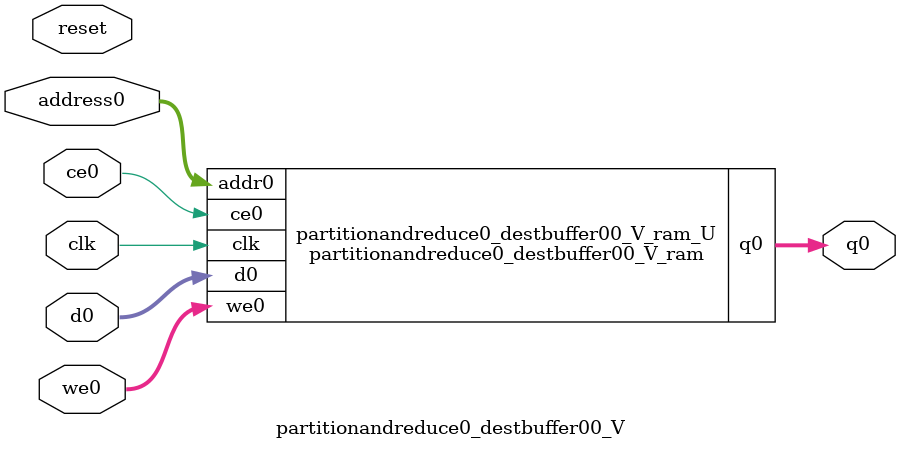
<source format=v>
`timescale 1 ns / 1 ps
module partitionandreduce0_destbuffer00_V_ram (addr0, ce0, d0, we0, q0,  clk);

parameter DWIDTH = 512;
parameter AWIDTH = 12;
parameter MEM_SIZE = 2112;
parameter COL_WIDTH = 8;
parameter NUM_COL = (DWIDTH/COL_WIDTH);

input[AWIDTH-1:0] addr0;
input ce0;
input[DWIDTH-1:0] d0;
input [NUM_COL-1:0] we0;
output reg[DWIDTH-1:0] q0;
input clk;

(* ram_style = "block" *)reg [DWIDTH-1:0] ram[0:MEM_SIZE-1];



genvar i;

generate
    for (i=0;i<NUM_COL;i=i+1) begin
        always @(posedge clk) begin
            if (ce0) begin
                if (we0[i]) begin
                    ram[addr0][i*COL_WIDTH +: COL_WIDTH] <= d0[i*COL_WIDTH +: COL_WIDTH]; 
                end
                q0[i*COL_WIDTH +: COL_WIDTH] <= ram[addr0][i*COL_WIDTH +: COL_WIDTH];
            end
        end
    end
endgenerate


endmodule

`timescale 1 ns / 1 ps
module partitionandreduce0_destbuffer00_V(
    reset,
    clk,
    address0,
    ce0,
    we0,
    d0,
    q0);

parameter DataWidth = 32'd512;
parameter AddressRange = 32'd2112;
parameter AddressWidth = 32'd12;
input reset;
input clk;
input[AddressWidth - 1:0] address0;
input ce0;
input[DataWidth/8 - 1:0] we0;
input[DataWidth - 1:0] d0;
output[DataWidth - 1:0] q0;



partitionandreduce0_destbuffer00_V_ram partitionandreduce0_destbuffer00_V_ram_U(
    .clk( clk ),
    .addr0( address0 ),
    .ce0( ce0 ),
    .we0( we0 ),
    .d0( d0 ),
    .q0( q0 ));

endmodule


</source>
